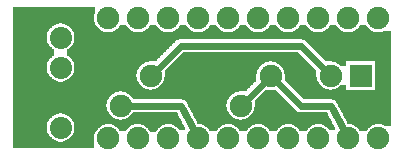
<source format=gbl>
G04 MADE WITH FRITZING*
G04 WWW.FRITZING.ORG*
G04 DOUBLE SIDED*
G04 HOLES PLATED*
G04 CONTOUR ON CENTER OF CONTOUR VECTOR*
%ASAXBY*%
%FSLAX23Y23*%
%MOIN*%
%OFA0B0*%
%SFA1.0B1.0*%
%ADD10C,0.075000*%
%ADD11C,0.075334*%
%ADD12C,0.073749*%
%ADD13R,0.075000X0.075000*%
%ADD14C,0.024000*%
%LNCOPPER0*%
G90*
G70*
G54D10*
X102Y388D03*
X498Y281D03*
X898Y281D03*
X398Y181D03*
X798Y181D03*
G54D11*
X556Y472D03*
X656Y472D03*
X756Y472D03*
X856Y472D03*
X956Y472D03*
X1056Y472D03*
X1156Y472D03*
X1256Y472D03*
X656Y72D03*
X756Y72D03*
X856Y72D03*
X956Y72D03*
X1056Y72D03*
X1156Y72D03*
X1256Y72D03*
X556Y72D03*
X456Y472D03*
X455Y72D03*
X356Y472D03*
X356Y72D03*
G54D12*
X198Y408D03*
X198Y308D03*
X198Y108D03*
G54D10*
X1198Y281D03*
X1098Y281D03*
G54D13*
X1198Y281D03*
G54D14*
X998Y181D02*
X918Y261D01*
D02*
X1098Y181D02*
X998Y181D01*
D02*
X1141Y100D02*
X1098Y181D01*
D02*
X998Y381D02*
X1078Y301D01*
D02*
X598Y381D02*
X998Y381D01*
D02*
X518Y301D02*
X598Y381D01*
D02*
X818Y201D02*
X878Y261D01*
D02*
X599Y180D02*
X641Y100D01*
D02*
X427Y181D02*
X599Y180D01*
G36*
X40Y511D02*
X40Y455D01*
X204Y455D01*
X204Y453D01*
X212Y453D01*
X212Y451D01*
X216Y451D01*
X216Y449D01*
X220Y449D01*
X220Y447D01*
X224Y447D01*
X224Y445D01*
X226Y445D01*
X226Y443D01*
X228Y443D01*
X228Y441D01*
X230Y441D01*
X230Y439D01*
X232Y439D01*
X232Y437D01*
X234Y437D01*
X234Y435D01*
X236Y435D01*
X236Y431D01*
X238Y431D01*
X238Y429D01*
X240Y429D01*
X240Y425D01*
X346Y425D01*
X346Y427D01*
X340Y427D01*
X340Y429D01*
X336Y429D01*
X336Y431D01*
X332Y431D01*
X332Y433D01*
X330Y433D01*
X330Y435D01*
X328Y435D01*
X328Y437D01*
X326Y437D01*
X326Y439D01*
X322Y439D01*
X322Y443D01*
X320Y443D01*
X320Y445D01*
X318Y445D01*
X318Y447D01*
X316Y447D01*
X316Y451D01*
X314Y451D01*
X314Y455D01*
X312Y455D01*
X312Y459D01*
X310Y459D01*
X310Y467D01*
X308Y467D01*
X308Y477D01*
X310Y477D01*
X310Y485D01*
X312Y485D01*
X312Y491D01*
X314Y491D01*
X314Y511D01*
X40Y511D01*
G37*
D02*
G36*
X40Y455D02*
X40Y261D01*
X190Y261D01*
X190Y263D01*
X184Y263D01*
X184Y265D01*
X180Y265D01*
X180Y267D01*
X176Y267D01*
X176Y269D01*
X172Y269D01*
X172Y271D01*
X170Y271D01*
X170Y273D01*
X168Y273D01*
X168Y275D01*
X166Y275D01*
X166Y277D01*
X164Y277D01*
X164Y279D01*
X162Y279D01*
X162Y281D01*
X160Y281D01*
X160Y285D01*
X158Y285D01*
X158Y287D01*
X156Y287D01*
X156Y291D01*
X154Y291D01*
X154Y297D01*
X152Y297D01*
X152Y319D01*
X154Y319D01*
X154Y325D01*
X156Y325D01*
X156Y329D01*
X158Y329D01*
X158Y331D01*
X160Y331D01*
X160Y335D01*
X162Y335D01*
X162Y337D01*
X164Y337D01*
X164Y339D01*
X166Y339D01*
X166Y341D01*
X168Y341D01*
X168Y343D01*
X170Y343D01*
X170Y345D01*
X172Y345D01*
X172Y347D01*
X176Y347D01*
X176Y369D01*
X172Y369D01*
X172Y371D01*
X170Y371D01*
X170Y373D01*
X168Y373D01*
X168Y375D01*
X166Y375D01*
X166Y377D01*
X164Y377D01*
X164Y379D01*
X162Y379D01*
X162Y381D01*
X160Y381D01*
X160Y385D01*
X158Y385D01*
X158Y387D01*
X156Y387D01*
X156Y391D01*
X154Y391D01*
X154Y397D01*
X152Y397D01*
X152Y419D01*
X154Y419D01*
X154Y425D01*
X156Y425D01*
X156Y429D01*
X158Y429D01*
X158Y431D01*
X160Y431D01*
X160Y435D01*
X162Y435D01*
X162Y437D01*
X164Y437D01*
X164Y439D01*
X166Y439D01*
X166Y441D01*
X168Y441D01*
X168Y443D01*
X170Y443D01*
X170Y445D01*
X172Y445D01*
X172Y447D01*
X176Y447D01*
X176Y449D01*
X180Y449D01*
X180Y451D01*
X184Y451D01*
X184Y453D01*
X192Y453D01*
X192Y455D01*
X40Y455D01*
G37*
D02*
G36*
X396Y449D02*
X396Y447D01*
X394Y447D01*
X394Y445D01*
X392Y445D01*
X392Y441D01*
X390Y441D01*
X390Y439D01*
X388Y439D01*
X388Y437D01*
X384Y437D01*
X384Y435D01*
X382Y435D01*
X382Y433D01*
X380Y433D01*
X380Y431D01*
X376Y431D01*
X376Y429D01*
X372Y429D01*
X372Y427D01*
X366Y427D01*
X366Y425D01*
X446Y425D01*
X446Y427D01*
X440Y427D01*
X440Y429D01*
X436Y429D01*
X436Y431D01*
X432Y431D01*
X432Y433D01*
X430Y433D01*
X430Y435D01*
X428Y435D01*
X428Y437D01*
X426Y437D01*
X426Y439D01*
X422Y439D01*
X422Y443D01*
X420Y443D01*
X420Y445D01*
X418Y445D01*
X418Y447D01*
X416Y447D01*
X416Y449D01*
X396Y449D01*
G37*
D02*
G36*
X496Y449D02*
X496Y447D01*
X494Y447D01*
X494Y445D01*
X492Y445D01*
X492Y441D01*
X490Y441D01*
X490Y439D01*
X488Y439D01*
X488Y437D01*
X484Y437D01*
X484Y435D01*
X482Y435D01*
X482Y433D01*
X480Y433D01*
X480Y431D01*
X476Y431D01*
X476Y429D01*
X472Y429D01*
X472Y427D01*
X466Y427D01*
X466Y425D01*
X546Y425D01*
X546Y427D01*
X540Y427D01*
X540Y429D01*
X536Y429D01*
X536Y431D01*
X532Y431D01*
X532Y433D01*
X530Y433D01*
X530Y435D01*
X528Y435D01*
X528Y437D01*
X526Y437D01*
X526Y439D01*
X522Y439D01*
X522Y443D01*
X520Y443D01*
X520Y445D01*
X518Y445D01*
X518Y447D01*
X516Y447D01*
X516Y449D01*
X496Y449D01*
G37*
D02*
G36*
X596Y449D02*
X596Y447D01*
X594Y447D01*
X594Y445D01*
X592Y445D01*
X592Y441D01*
X590Y441D01*
X590Y439D01*
X588Y439D01*
X588Y437D01*
X584Y437D01*
X584Y435D01*
X582Y435D01*
X582Y433D01*
X580Y433D01*
X580Y431D01*
X576Y431D01*
X576Y429D01*
X572Y429D01*
X572Y427D01*
X566Y427D01*
X566Y425D01*
X646Y425D01*
X646Y427D01*
X640Y427D01*
X640Y429D01*
X636Y429D01*
X636Y431D01*
X632Y431D01*
X632Y433D01*
X630Y433D01*
X630Y435D01*
X628Y435D01*
X628Y437D01*
X626Y437D01*
X626Y439D01*
X622Y439D01*
X622Y443D01*
X620Y443D01*
X620Y445D01*
X618Y445D01*
X618Y447D01*
X616Y447D01*
X616Y449D01*
X596Y449D01*
G37*
D02*
G36*
X696Y449D02*
X696Y447D01*
X694Y447D01*
X694Y445D01*
X692Y445D01*
X692Y441D01*
X690Y441D01*
X690Y439D01*
X688Y439D01*
X688Y437D01*
X684Y437D01*
X684Y435D01*
X682Y435D01*
X682Y433D01*
X680Y433D01*
X680Y431D01*
X676Y431D01*
X676Y429D01*
X672Y429D01*
X672Y427D01*
X666Y427D01*
X666Y425D01*
X746Y425D01*
X746Y427D01*
X740Y427D01*
X740Y429D01*
X736Y429D01*
X736Y431D01*
X732Y431D01*
X732Y433D01*
X730Y433D01*
X730Y435D01*
X728Y435D01*
X728Y437D01*
X726Y437D01*
X726Y439D01*
X722Y439D01*
X722Y443D01*
X720Y443D01*
X720Y445D01*
X718Y445D01*
X718Y447D01*
X716Y447D01*
X716Y449D01*
X696Y449D01*
G37*
D02*
G36*
X796Y449D02*
X796Y447D01*
X794Y447D01*
X794Y445D01*
X792Y445D01*
X792Y441D01*
X790Y441D01*
X790Y439D01*
X788Y439D01*
X788Y437D01*
X784Y437D01*
X784Y435D01*
X782Y435D01*
X782Y433D01*
X780Y433D01*
X780Y431D01*
X776Y431D01*
X776Y429D01*
X772Y429D01*
X772Y427D01*
X766Y427D01*
X766Y425D01*
X846Y425D01*
X846Y427D01*
X840Y427D01*
X840Y429D01*
X836Y429D01*
X836Y431D01*
X832Y431D01*
X832Y433D01*
X830Y433D01*
X830Y435D01*
X828Y435D01*
X828Y437D01*
X826Y437D01*
X826Y439D01*
X822Y439D01*
X822Y443D01*
X820Y443D01*
X820Y445D01*
X818Y445D01*
X818Y447D01*
X816Y447D01*
X816Y449D01*
X796Y449D01*
G37*
D02*
G36*
X896Y449D02*
X896Y447D01*
X894Y447D01*
X894Y445D01*
X892Y445D01*
X892Y441D01*
X890Y441D01*
X890Y439D01*
X888Y439D01*
X888Y437D01*
X884Y437D01*
X884Y435D01*
X882Y435D01*
X882Y433D01*
X880Y433D01*
X880Y431D01*
X876Y431D01*
X876Y429D01*
X872Y429D01*
X872Y427D01*
X866Y427D01*
X866Y425D01*
X946Y425D01*
X946Y427D01*
X940Y427D01*
X940Y429D01*
X936Y429D01*
X936Y431D01*
X932Y431D01*
X932Y433D01*
X930Y433D01*
X930Y435D01*
X928Y435D01*
X928Y437D01*
X926Y437D01*
X926Y439D01*
X922Y439D01*
X922Y443D01*
X920Y443D01*
X920Y445D01*
X918Y445D01*
X918Y447D01*
X916Y447D01*
X916Y449D01*
X896Y449D01*
G37*
D02*
G36*
X996Y449D02*
X996Y447D01*
X994Y447D01*
X994Y445D01*
X992Y445D01*
X992Y441D01*
X990Y441D01*
X990Y439D01*
X988Y439D01*
X988Y437D01*
X984Y437D01*
X984Y435D01*
X982Y435D01*
X982Y433D01*
X980Y433D01*
X980Y431D01*
X976Y431D01*
X976Y429D01*
X972Y429D01*
X972Y427D01*
X966Y427D01*
X966Y425D01*
X1046Y425D01*
X1046Y427D01*
X1040Y427D01*
X1040Y429D01*
X1036Y429D01*
X1036Y431D01*
X1032Y431D01*
X1032Y433D01*
X1030Y433D01*
X1030Y435D01*
X1028Y435D01*
X1028Y437D01*
X1026Y437D01*
X1026Y439D01*
X1022Y439D01*
X1022Y443D01*
X1020Y443D01*
X1020Y445D01*
X1018Y445D01*
X1018Y447D01*
X1016Y447D01*
X1016Y449D01*
X996Y449D01*
G37*
D02*
G36*
X1096Y449D02*
X1096Y447D01*
X1094Y447D01*
X1094Y445D01*
X1092Y445D01*
X1092Y441D01*
X1090Y441D01*
X1090Y439D01*
X1088Y439D01*
X1088Y437D01*
X1084Y437D01*
X1084Y435D01*
X1082Y435D01*
X1082Y433D01*
X1080Y433D01*
X1080Y431D01*
X1076Y431D01*
X1076Y429D01*
X1072Y429D01*
X1072Y427D01*
X1066Y427D01*
X1066Y425D01*
X1146Y425D01*
X1146Y427D01*
X1140Y427D01*
X1140Y429D01*
X1136Y429D01*
X1136Y431D01*
X1132Y431D01*
X1132Y433D01*
X1130Y433D01*
X1130Y435D01*
X1128Y435D01*
X1128Y437D01*
X1126Y437D01*
X1126Y439D01*
X1122Y439D01*
X1122Y443D01*
X1120Y443D01*
X1120Y445D01*
X1118Y445D01*
X1118Y447D01*
X1116Y447D01*
X1116Y449D01*
X1096Y449D01*
G37*
D02*
G36*
X1196Y449D02*
X1196Y447D01*
X1194Y447D01*
X1194Y445D01*
X1192Y445D01*
X1192Y441D01*
X1190Y441D01*
X1190Y439D01*
X1188Y439D01*
X1188Y437D01*
X1184Y437D01*
X1184Y435D01*
X1182Y435D01*
X1182Y433D01*
X1180Y433D01*
X1180Y431D01*
X1176Y431D01*
X1176Y429D01*
X1172Y429D01*
X1172Y427D01*
X1166Y427D01*
X1166Y425D01*
X1246Y425D01*
X1246Y427D01*
X1240Y427D01*
X1240Y429D01*
X1236Y429D01*
X1236Y431D01*
X1232Y431D01*
X1232Y433D01*
X1230Y433D01*
X1230Y435D01*
X1228Y435D01*
X1228Y437D01*
X1226Y437D01*
X1226Y439D01*
X1222Y439D01*
X1222Y443D01*
X1220Y443D01*
X1220Y445D01*
X1218Y445D01*
X1218Y447D01*
X1216Y447D01*
X1216Y449D01*
X1196Y449D01*
G37*
D02*
G36*
X1276Y431D02*
X1276Y429D01*
X1272Y429D01*
X1272Y427D01*
X1266Y427D01*
X1266Y425D01*
X1298Y425D01*
X1298Y431D01*
X1276Y431D01*
G37*
D02*
G36*
X242Y425D02*
X242Y423D01*
X1298Y423D01*
X1298Y425D01*
X242Y425D01*
G37*
D02*
G36*
X242Y425D02*
X242Y423D01*
X1298Y423D01*
X1298Y425D01*
X242Y425D01*
G37*
D02*
G36*
X242Y425D02*
X242Y423D01*
X1298Y423D01*
X1298Y425D01*
X242Y425D01*
G37*
D02*
G36*
X242Y425D02*
X242Y423D01*
X1298Y423D01*
X1298Y425D01*
X242Y425D01*
G37*
D02*
G36*
X242Y425D02*
X242Y423D01*
X1298Y423D01*
X1298Y425D01*
X242Y425D01*
G37*
D02*
G36*
X242Y425D02*
X242Y423D01*
X1298Y423D01*
X1298Y425D01*
X242Y425D01*
G37*
D02*
G36*
X242Y425D02*
X242Y423D01*
X1298Y423D01*
X1298Y425D01*
X242Y425D01*
G37*
D02*
G36*
X242Y425D02*
X242Y423D01*
X1298Y423D01*
X1298Y425D01*
X242Y425D01*
G37*
D02*
G36*
X242Y425D02*
X242Y423D01*
X1298Y423D01*
X1298Y425D01*
X242Y425D01*
G37*
D02*
G36*
X242Y425D02*
X242Y423D01*
X1298Y423D01*
X1298Y425D01*
X242Y425D01*
G37*
D02*
G36*
X242Y425D02*
X242Y423D01*
X1298Y423D01*
X1298Y425D01*
X242Y425D01*
G37*
D02*
G36*
X242Y423D02*
X242Y419D01*
X244Y419D01*
X244Y403D01*
X1002Y403D01*
X1002Y401D01*
X1008Y401D01*
X1008Y399D01*
X1012Y399D01*
X1012Y397D01*
X1014Y397D01*
X1014Y395D01*
X1016Y395D01*
X1016Y393D01*
X1018Y393D01*
X1018Y391D01*
X1020Y391D01*
X1020Y389D01*
X1022Y389D01*
X1022Y387D01*
X1024Y387D01*
X1024Y385D01*
X1026Y385D01*
X1026Y383D01*
X1028Y383D01*
X1028Y381D01*
X1030Y381D01*
X1030Y379D01*
X1032Y379D01*
X1032Y377D01*
X1034Y377D01*
X1034Y375D01*
X1036Y375D01*
X1036Y373D01*
X1038Y373D01*
X1038Y371D01*
X1040Y371D01*
X1040Y369D01*
X1042Y369D01*
X1042Y367D01*
X1044Y367D01*
X1044Y365D01*
X1046Y365D01*
X1046Y363D01*
X1048Y363D01*
X1048Y361D01*
X1050Y361D01*
X1050Y359D01*
X1052Y359D01*
X1052Y357D01*
X1054Y357D01*
X1054Y355D01*
X1056Y355D01*
X1056Y353D01*
X1058Y353D01*
X1058Y351D01*
X1060Y351D01*
X1060Y349D01*
X1062Y349D01*
X1062Y347D01*
X1064Y347D01*
X1064Y345D01*
X1066Y345D01*
X1066Y343D01*
X1068Y343D01*
X1068Y341D01*
X1070Y341D01*
X1070Y339D01*
X1072Y339D01*
X1072Y337D01*
X1074Y337D01*
X1074Y335D01*
X1076Y335D01*
X1076Y333D01*
X1078Y333D01*
X1078Y331D01*
X1080Y331D01*
X1080Y329D01*
X1246Y329D01*
X1246Y233D01*
X1298Y233D01*
X1298Y423D01*
X242Y423D01*
G37*
D02*
G36*
X244Y403D02*
X244Y397D01*
X242Y397D01*
X242Y391D01*
X240Y391D01*
X240Y387D01*
X238Y387D01*
X238Y383D01*
X236Y383D01*
X236Y381D01*
X234Y381D01*
X234Y379D01*
X232Y379D01*
X232Y377D01*
X230Y377D01*
X230Y375D01*
X228Y375D01*
X228Y373D01*
X226Y373D01*
X226Y371D01*
X224Y371D01*
X224Y369D01*
X220Y369D01*
X220Y347D01*
X224Y347D01*
X224Y345D01*
X226Y345D01*
X226Y343D01*
X228Y343D01*
X228Y341D01*
X230Y341D01*
X230Y339D01*
X232Y339D01*
X232Y337D01*
X234Y337D01*
X234Y335D01*
X236Y335D01*
X236Y331D01*
X238Y331D01*
X238Y329D01*
X240Y329D01*
X240Y325D01*
X242Y325D01*
X242Y319D01*
X244Y319D01*
X244Y297D01*
X242Y297D01*
X242Y291D01*
X240Y291D01*
X240Y287D01*
X238Y287D01*
X238Y283D01*
X236Y283D01*
X236Y281D01*
X234Y281D01*
X234Y279D01*
X232Y279D01*
X232Y277D01*
X230Y277D01*
X230Y275D01*
X228Y275D01*
X228Y273D01*
X226Y273D01*
X226Y271D01*
X224Y271D01*
X224Y269D01*
X220Y269D01*
X220Y267D01*
X216Y267D01*
X216Y265D01*
X212Y265D01*
X212Y263D01*
X206Y263D01*
X206Y261D01*
X456Y261D01*
X456Y263D01*
X454Y263D01*
X454Y269D01*
X452Y269D01*
X452Y275D01*
X450Y275D01*
X450Y287D01*
X452Y287D01*
X452Y293D01*
X454Y293D01*
X454Y299D01*
X456Y299D01*
X456Y303D01*
X458Y303D01*
X458Y305D01*
X460Y305D01*
X460Y309D01*
X462Y309D01*
X462Y311D01*
X464Y311D01*
X464Y313D01*
X466Y313D01*
X466Y315D01*
X468Y315D01*
X468Y317D01*
X470Y317D01*
X470Y319D01*
X474Y319D01*
X474Y321D01*
X476Y321D01*
X476Y323D01*
X480Y323D01*
X480Y325D01*
X486Y325D01*
X486Y327D01*
X492Y327D01*
X492Y329D01*
X516Y329D01*
X516Y331D01*
X518Y331D01*
X518Y333D01*
X520Y333D01*
X520Y335D01*
X522Y335D01*
X522Y337D01*
X524Y337D01*
X524Y339D01*
X526Y339D01*
X526Y341D01*
X528Y341D01*
X528Y343D01*
X530Y343D01*
X530Y345D01*
X532Y345D01*
X532Y347D01*
X534Y347D01*
X534Y349D01*
X536Y349D01*
X536Y351D01*
X538Y351D01*
X538Y353D01*
X540Y353D01*
X540Y355D01*
X542Y355D01*
X542Y357D01*
X544Y357D01*
X544Y359D01*
X546Y359D01*
X546Y361D01*
X548Y361D01*
X548Y363D01*
X550Y363D01*
X550Y365D01*
X552Y365D01*
X552Y367D01*
X554Y367D01*
X554Y369D01*
X556Y369D01*
X556Y371D01*
X558Y371D01*
X558Y373D01*
X560Y373D01*
X560Y375D01*
X562Y375D01*
X562Y377D01*
X564Y377D01*
X564Y379D01*
X566Y379D01*
X566Y381D01*
X568Y381D01*
X568Y383D01*
X570Y383D01*
X570Y385D01*
X572Y385D01*
X572Y387D01*
X574Y387D01*
X574Y389D01*
X576Y389D01*
X576Y391D01*
X578Y391D01*
X578Y393D01*
X580Y393D01*
X580Y395D01*
X582Y395D01*
X582Y397D01*
X584Y397D01*
X584Y399D01*
X588Y399D01*
X588Y401D01*
X594Y401D01*
X594Y403D01*
X244Y403D01*
G37*
D02*
G36*
X606Y359D02*
X606Y357D01*
X604Y357D01*
X604Y355D01*
X602Y355D01*
X602Y353D01*
X600Y353D01*
X600Y351D01*
X598Y351D01*
X598Y349D01*
X596Y349D01*
X596Y347D01*
X594Y347D01*
X594Y345D01*
X592Y345D01*
X592Y343D01*
X590Y343D01*
X590Y341D01*
X588Y341D01*
X588Y339D01*
X586Y339D01*
X586Y337D01*
X584Y337D01*
X584Y335D01*
X582Y335D01*
X582Y333D01*
X580Y333D01*
X580Y331D01*
X578Y331D01*
X578Y329D01*
X904Y329D01*
X904Y327D01*
X910Y327D01*
X910Y325D01*
X916Y325D01*
X916Y323D01*
X920Y323D01*
X920Y321D01*
X922Y321D01*
X922Y319D01*
X926Y319D01*
X926Y317D01*
X928Y317D01*
X928Y315D01*
X930Y315D01*
X930Y313D01*
X932Y313D01*
X932Y311D01*
X934Y311D01*
X934Y309D01*
X936Y309D01*
X936Y305D01*
X938Y305D01*
X938Y303D01*
X940Y303D01*
X940Y299D01*
X942Y299D01*
X942Y293D01*
X944Y293D01*
X944Y287D01*
X946Y287D01*
X946Y263D01*
X948Y263D01*
X948Y261D01*
X950Y261D01*
X950Y259D01*
X952Y259D01*
X952Y257D01*
X954Y257D01*
X954Y255D01*
X956Y255D01*
X956Y253D01*
X958Y253D01*
X958Y251D01*
X960Y251D01*
X960Y249D01*
X962Y249D01*
X962Y247D01*
X964Y247D01*
X964Y245D01*
X966Y245D01*
X966Y243D01*
X968Y243D01*
X968Y241D01*
X970Y241D01*
X970Y239D01*
X972Y239D01*
X972Y237D01*
X974Y237D01*
X974Y235D01*
X976Y235D01*
X976Y233D01*
X1092Y233D01*
X1092Y235D01*
X1086Y235D01*
X1086Y237D01*
X1080Y237D01*
X1080Y239D01*
X1076Y239D01*
X1076Y241D01*
X1074Y241D01*
X1074Y243D01*
X1070Y243D01*
X1070Y245D01*
X1068Y245D01*
X1068Y247D01*
X1066Y247D01*
X1066Y249D01*
X1064Y249D01*
X1064Y251D01*
X1062Y251D01*
X1062Y253D01*
X1060Y253D01*
X1060Y257D01*
X1058Y257D01*
X1058Y259D01*
X1056Y259D01*
X1056Y263D01*
X1054Y263D01*
X1054Y269D01*
X1052Y269D01*
X1052Y275D01*
X1050Y275D01*
X1050Y299D01*
X1048Y299D01*
X1048Y301D01*
X1046Y301D01*
X1046Y303D01*
X1044Y303D01*
X1044Y305D01*
X1042Y305D01*
X1042Y307D01*
X1040Y307D01*
X1040Y309D01*
X1038Y309D01*
X1038Y311D01*
X1036Y311D01*
X1036Y313D01*
X1034Y313D01*
X1034Y315D01*
X1032Y315D01*
X1032Y317D01*
X1030Y317D01*
X1030Y319D01*
X1028Y319D01*
X1028Y321D01*
X1026Y321D01*
X1026Y323D01*
X1024Y323D01*
X1024Y325D01*
X1022Y325D01*
X1022Y327D01*
X1020Y327D01*
X1020Y329D01*
X1018Y329D01*
X1018Y331D01*
X1016Y331D01*
X1016Y333D01*
X1014Y333D01*
X1014Y335D01*
X1012Y335D01*
X1012Y337D01*
X1010Y337D01*
X1010Y339D01*
X1008Y339D01*
X1008Y341D01*
X1006Y341D01*
X1006Y343D01*
X1004Y343D01*
X1004Y345D01*
X1002Y345D01*
X1002Y347D01*
X1000Y347D01*
X1000Y349D01*
X998Y349D01*
X998Y351D01*
X996Y351D01*
X996Y353D01*
X994Y353D01*
X994Y355D01*
X992Y355D01*
X992Y357D01*
X990Y357D01*
X990Y359D01*
X606Y359D01*
G37*
D02*
G36*
X576Y329D02*
X576Y327D01*
X574Y327D01*
X574Y325D01*
X572Y325D01*
X572Y323D01*
X570Y323D01*
X570Y321D01*
X568Y321D01*
X568Y319D01*
X566Y319D01*
X566Y317D01*
X564Y317D01*
X564Y315D01*
X562Y315D01*
X562Y313D01*
X560Y313D01*
X560Y311D01*
X558Y311D01*
X558Y309D01*
X556Y309D01*
X556Y307D01*
X554Y307D01*
X554Y305D01*
X552Y305D01*
X552Y303D01*
X550Y303D01*
X550Y301D01*
X548Y301D01*
X548Y299D01*
X546Y299D01*
X546Y275D01*
X544Y275D01*
X544Y269D01*
X542Y269D01*
X542Y263D01*
X540Y263D01*
X540Y259D01*
X538Y259D01*
X538Y257D01*
X536Y257D01*
X536Y253D01*
X534Y253D01*
X534Y251D01*
X532Y251D01*
X532Y249D01*
X530Y249D01*
X530Y247D01*
X528Y247D01*
X528Y245D01*
X526Y245D01*
X526Y243D01*
X522Y243D01*
X522Y241D01*
X520Y241D01*
X520Y239D01*
X516Y239D01*
X516Y237D01*
X510Y237D01*
X510Y235D01*
X504Y235D01*
X504Y233D01*
X820Y233D01*
X820Y235D01*
X822Y235D01*
X822Y237D01*
X824Y237D01*
X824Y239D01*
X826Y239D01*
X826Y241D01*
X828Y241D01*
X828Y243D01*
X830Y243D01*
X830Y245D01*
X832Y245D01*
X832Y247D01*
X834Y247D01*
X834Y249D01*
X836Y249D01*
X836Y251D01*
X838Y251D01*
X838Y253D01*
X840Y253D01*
X840Y255D01*
X842Y255D01*
X842Y257D01*
X844Y257D01*
X844Y259D01*
X846Y259D01*
X846Y261D01*
X848Y261D01*
X848Y263D01*
X850Y263D01*
X850Y287D01*
X852Y287D01*
X852Y293D01*
X854Y293D01*
X854Y299D01*
X856Y299D01*
X856Y303D01*
X858Y303D01*
X858Y305D01*
X860Y305D01*
X860Y309D01*
X862Y309D01*
X862Y311D01*
X864Y311D01*
X864Y313D01*
X866Y313D01*
X866Y315D01*
X868Y315D01*
X868Y317D01*
X870Y317D01*
X870Y319D01*
X874Y319D01*
X874Y321D01*
X876Y321D01*
X876Y323D01*
X880Y323D01*
X880Y325D01*
X886Y325D01*
X886Y327D01*
X892Y327D01*
X892Y329D01*
X576Y329D01*
G37*
D02*
G36*
X1104Y329D02*
X1104Y327D01*
X1110Y327D01*
X1110Y325D01*
X1116Y325D01*
X1116Y323D01*
X1120Y323D01*
X1120Y321D01*
X1122Y321D01*
X1122Y319D01*
X1126Y319D01*
X1126Y317D01*
X1128Y317D01*
X1128Y315D01*
X1130Y315D01*
X1130Y313D01*
X1150Y313D01*
X1150Y329D01*
X1104Y329D01*
G37*
D02*
G36*
X40Y261D02*
X40Y259D01*
X456Y259D01*
X456Y261D01*
X40Y261D01*
G37*
D02*
G36*
X40Y261D02*
X40Y259D01*
X456Y259D01*
X456Y261D01*
X40Y261D01*
G37*
D02*
G36*
X40Y259D02*
X40Y233D01*
X492Y233D01*
X492Y235D01*
X486Y235D01*
X486Y237D01*
X480Y237D01*
X480Y239D01*
X476Y239D01*
X476Y241D01*
X474Y241D01*
X474Y243D01*
X470Y243D01*
X470Y245D01*
X468Y245D01*
X468Y247D01*
X466Y247D01*
X466Y249D01*
X464Y249D01*
X464Y251D01*
X462Y251D01*
X462Y253D01*
X460Y253D01*
X460Y257D01*
X458Y257D01*
X458Y259D01*
X40Y259D01*
G37*
D02*
G36*
X1130Y249D02*
X1130Y247D01*
X1128Y247D01*
X1128Y245D01*
X1126Y245D01*
X1126Y243D01*
X1122Y243D01*
X1122Y241D01*
X1120Y241D01*
X1120Y239D01*
X1116Y239D01*
X1116Y237D01*
X1110Y237D01*
X1110Y235D01*
X1104Y235D01*
X1104Y233D01*
X1150Y233D01*
X1150Y249D01*
X1130Y249D01*
G37*
D02*
G36*
X40Y233D02*
X40Y231D01*
X818Y231D01*
X818Y233D01*
X40Y233D01*
G37*
D02*
G36*
X40Y233D02*
X40Y231D01*
X818Y231D01*
X818Y233D01*
X40Y233D01*
G37*
D02*
G36*
X880Y233D02*
X880Y231D01*
X878Y231D01*
X878Y229D01*
X876Y229D01*
X876Y227D01*
X874Y227D01*
X874Y225D01*
X872Y225D01*
X872Y223D01*
X870Y223D01*
X870Y221D01*
X868Y221D01*
X868Y219D01*
X866Y219D01*
X866Y217D01*
X864Y217D01*
X864Y215D01*
X862Y215D01*
X862Y213D01*
X860Y213D01*
X860Y211D01*
X858Y211D01*
X858Y209D01*
X856Y209D01*
X856Y207D01*
X854Y207D01*
X854Y205D01*
X852Y205D01*
X852Y203D01*
X850Y203D01*
X850Y201D01*
X848Y201D01*
X848Y199D01*
X846Y199D01*
X846Y175D01*
X844Y175D01*
X844Y169D01*
X842Y169D01*
X842Y163D01*
X840Y163D01*
X840Y159D01*
X838Y159D01*
X838Y157D01*
X836Y157D01*
X836Y153D01*
X834Y153D01*
X834Y151D01*
X832Y151D01*
X832Y149D01*
X830Y149D01*
X830Y147D01*
X828Y147D01*
X828Y145D01*
X826Y145D01*
X826Y143D01*
X822Y143D01*
X822Y141D01*
X820Y141D01*
X820Y139D01*
X816Y139D01*
X816Y137D01*
X810Y137D01*
X810Y135D01*
X804Y135D01*
X804Y133D01*
X1098Y133D01*
X1098Y135D01*
X1096Y135D01*
X1096Y139D01*
X1094Y139D01*
X1094Y143D01*
X1092Y143D01*
X1092Y147D01*
X1090Y147D01*
X1090Y151D01*
X1088Y151D01*
X1088Y155D01*
X1086Y155D01*
X1086Y159D01*
X990Y159D01*
X990Y161D01*
X986Y161D01*
X986Y163D01*
X984Y163D01*
X984Y165D01*
X982Y165D01*
X982Y167D01*
X980Y167D01*
X980Y169D01*
X978Y169D01*
X978Y171D01*
X976Y171D01*
X976Y173D01*
X974Y173D01*
X974Y175D01*
X972Y175D01*
X972Y177D01*
X970Y177D01*
X970Y179D01*
X968Y179D01*
X968Y181D01*
X966Y181D01*
X966Y183D01*
X964Y183D01*
X964Y185D01*
X962Y185D01*
X962Y187D01*
X960Y187D01*
X960Y189D01*
X958Y189D01*
X958Y191D01*
X956Y191D01*
X956Y193D01*
X954Y193D01*
X954Y195D01*
X952Y195D01*
X952Y197D01*
X950Y197D01*
X950Y199D01*
X948Y199D01*
X948Y201D01*
X946Y201D01*
X946Y203D01*
X944Y203D01*
X944Y205D01*
X942Y205D01*
X942Y207D01*
X940Y207D01*
X940Y209D01*
X938Y209D01*
X938Y211D01*
X936Y211D01*
X936Y213D01*
X934Y213D01*
X934Y215D01*
X932Y215D01*
X932Y217D01*
X930Y217D01*
X930Y219D01*
X928Y219D01*
X928Y221D01*
X926Y221D01*
X926Y223D01*
X924Y223D01*
X924Y225D01*
X922Y225D01*
X922Y227D01*
X920Y227D01*
X920Y229D01*
X918Y229D01*
X918Y231D01*
X916Y231D01*
X916Y233D01*
X880Y233D01*
G37*
D02*
G36*
X978Y233D02*
X978Y231D01*
X1298Y231D01*
X1298Y233D01*
X978Y233D01*
G37*
D02*
G36*
X978Y233D02*
X978Y231D01*
X1298Y231D01*
X1298Y233D01*
X978Y233D01*
G37*
D02*
G36*
X978Y233D02*
X978Y231D01*
X1298Y231D01*
X1298Y233D01*
X978Y233D01*
G37*
D02*
G36*
X40Y231D02*
X40Y229D01*
X404Y229D01*
X404Y227D01*
X410Y227D01*
X410Y225D01*
X416Y225D01*
X416Y223D01*
X420Y223D01*
X420Y221D01*
X422Y221D01*
X422Y219D01*
X426Y219D01*
X426Y217D01*
X428Y217D01*
X428Y215D01*
X430Y215D01*
X430Y213D01*
X432Y213D01*
X432Y211D01*
X434Y211D01*
X434Y209D01*
X436Y209D01*
X436Y205D01*
X438Y205D01*
X438Y203D01*
X602Y203D01*
X602Y201D01*
X608Y201D01*
X608Y199D01*
X612Y199D01*
X612Y197D01*
X614Y197D01*
X614Y195D01*
X616Y195D01*
X616Y193D01*
X618Y193D01*
X618Y189D01*
X620Y189D01*
X620Y185D01*
X622Y185D01*
X622Y181D01*
X624Y181D01*
X624Y177D01*
X626Y177D01*
X626Y173D01*
X628Y173D01*
X628Y171D01*
X630Y171D01*
X630Y167D01*
X632Y167D01*
X632Y163D01*
X634Y163D01*
X634Y159D01*
X636Y159D01*
X636Y155D01*
X638Y155D01*
X638Y151D01*
X640Y151D01*
X640Y147D01*
X642Y147D01*
X642Y143D01*
X644Y143D01*
X644Y139D01*
X646Y139D01*
X646Y137D01*
X648Y137D01*
X648Y133D01*
X792Y133D01*
X792Y135D01*
X786Y135D01*
X786Y137D01*
X780Y137D01*
X780Y139D01*
X776Y139D01*
X776Y141D01*
X774Y141D01*
X774Y143D01*
X770Y143D01*
X770Y145D01*
X768Y145D01*
X768Y147D01*
X766Y147D01*
X766Y149D01*
X764Y149D01*
X764Y151D01*
X762Y151D01*
X762Y153D01*
X760Y153D01*
X760Y157D01*
X758Y157D01*
X758Y159D01*
X756Y159D01*
X756Y163D01*
X754Y163D01*
X754Y169D01*
X752Y169D01*
X752Y175D01*
X750Y175D01*
X750Y187D01*
X752Y187D01*
X752Y193D01*
X754Y193D01*
X754Y199D01*
X756Y199D01*
X756Y203D01*
X758Y203D01*
X758Y205D01*
X760Y205D01*
X760Y209D01*
X762Y209D01*
X762Y211D01*
X764Y211D01*
X764Y213D01*
X766Y213D01*
X766Y215D01*
X768Y215D01*
X768Y217D01*
X770Y217D01*
X770Y219D01*
X774Y219D01*
X774Y221D01*
X776Y221D01*
X776Y223D01*
X780Y223D01*
X780Y225D01*
X786Y225D01*
X786Y227D01*
X792Y227D01*
X792Y229D01*
X816Y229D01*
X816Y231D01*
X40Y231D01*
G37*
D02*
G36*
X980Y231D02*
X980Y229D01*
X982Y229D01*
X982Y227D01*
X984Y227D01*
X984Y225D01*
X986Y225D01*
X986Y223D01*
X988Y223D01*
X988Y221D01*
X990Y221D01*
X990Y219D01*
X992Y219D01*
X992Y217D01*
X994Y217D01*
X994Y215D01*
X996Y215D01*
X996Y213D01*
X998Y213D01*
X998Y211D01*
X1000Y211D01*
X1000Y209D01*
X1002Y209D01*
X1002Y207D01*
X1004Y207D01*
X1004Y205D01*
X1006Y205D01*
X1006Y203D01*
X1102Y203D01*
X1102Y201D01*
X1108Y201D01*
X1108Y199D01*
X1112Y199D01*
X1112Y197D01*
X1114Y197D01*
X1114Y195D01*
X1116Y195D01*
X1116Y191D01*
X1118Y191D01*
X1118Y187D01*
X1120Y187D01*
X1120Y185D01*
X1122Y185D01*
X1122Y181D01*
X1124Y181D01*
X1124Y177D01*
X1126Y177D01*
X1126Y173D01*
X1128Y173D01*
X1128Y169D01*
X1130Y169D01*
X1130Y165D01*
X1132Y165D01*
X1132Y161D01*
X1134Y161D01*
X1134Y159D01*
X1136Y159D01*
X1136Y155D01*
X1138Y155D01*
X1138Y151D01*
X1140Y151D01*
X1140Y147D01*
X1142Y147D01*
X1142Y143D01*
X1144Y143D01*
X1144Y139D01*
X1146Y139D01*
X1146Y135D01*
X1148Y135D01*
X1148Y133D01*
X1150Y133D01*
X1150Y129D01*
X1152Y129D01*
X1152Y125D01*
X1154Y125D01*
X1154Y121D01*
X1156Y121D01*
X1156Y119D01*
X1268Y119D01*
X1268Y117D01*
X1272Y117D01*
X1272Y115D01*
X1276Y115D01*
X1276Y113D01*
X1298Y113D01*
X1298Y231D01*
X980Y231D01*
G37*
D02*
G36*
X40Y229D02*
X40Y155D01*
X204Y155D01*
X204Y153D01*
X212Y153D01*
X212Y151D01*
X216Y151D01*
X216Y149D01*
X220Y149D01*
X220Y147D01*
X224Y147D01*
X224Y145D01*
X226Y145D01*
X226Y143D01*
X228Y143D01*
X228Y141D01*
X230Y141D01*
X230Y139D01*
X232Y139D01*
X232Y137D01*
X234Y137D01*
X234Y135D01*
X236Y135D01*
X236Y133D01*
X392Y133D01*
X392Y135D01*
X386Y135D01*
X386Y137D01*
X380Y137D01*
X380Y139D01*
X376Y139D01*
X376Y141D01*
X374Y141D01*
X374Y143D01*
X370Y143D01*
X370Y145D01*
X368Y145D01*
X368Y147D01*
X366Y147D01*
X366Y149D01*
X364Y149D01*
X364Y151D01*
X362Y151D01*
X362Y153D01*
X360Y153D01*
X360Y157D01*
X358Y157D01*
X358Y159D01*
X356Y159D01*
X356Y163D01*
X354Y163D01*
X354Y169D01*
X352Y169D01*
X352Y175D01*
X350Y175D01*
X350Y187D01*
X352Y187D01*
X352Y193D01*
X354Y193D01*
X354Y199D01*
X356Y199D01*
X356Y203D01*
X358Y203D01*
X358Y205D01*
X360Y205D01*
X360Y209D01*
X362Y209D01*
X362Y211D01*
X364Y211D01*
X364Y213D01*
X366Y213D01*
X366Y215D01*
X368Y215D01*
X368Y217D01*
X370Y217D01*
X370Y219D01*
X374Y219D01*
X374Y221D01*
X376Y221D01*
X376Y223D01*
X380Y223D01*
X380Y225D01*
X386Y225D01*
X386Y227D01*
X392Y227D01*
X392Y229D01*
X40Y229D01*
G37*
D02*
G36*
X438Y159D02*
X438Y157D01*
X436Y157D01*
X436Y153D01*
X434Y153D01*
X434Y151D01*
X432Y151D01*
X432Y149D01*
X430Y149D01*
X430Y147D01*
X428Y147D01*
X428Y145D01*
X426Y145D01*
X426Y143D01*
X422Y143D01*
X422Y141D01*
X420Y141D01*
X420Y139D01*
X416Y139D01*
X416Y137D01*
X410Y137D01*
X410Y135D01*
X404Y135D01*
X404Y133D01*
X598Y133D01*
X598Y137D01*
X596Y137D01*
X596Y141D01*
X594Y141D01*
X594Y145D01*
X592Y145D01*
X592Y147D01*
X590Y147D01*
X590Y151D01*
X588Y151D01*
X588Y155D01*
X586Y155D01*
X586Y159D01*
X438Y159D01*
G37*
D02*
G36*
X40Y155D02*
X40Y61D01*
X190Y61D01*
X190Y63D01*
X184Y63D01*
X184Y65D01*
X180Y65D01*
X180Y67D01*
X176Y67D01*
X176Y69D01*
X172Y69D01*
X172Y71D01*
X170Y71D01*
X170Y73D01*
X168Y73D01*
X168Y75D01*
X166Y75D01*
X166Y77D01*
X164Y77D01*
X164Y79D01*
X162Y79D01*
X162Y81D01*
X160Y81D01*
X160Y85D01*
X158Y85D01*
X158Y87D01*
X156Y87D01*
X156Y91D01*
X154Y91D01*
X154Y97D01*
X152Y97D01*
X152Y119D01*
X154Y119D01*
X154Y125D01*
X156Y125D01*
X156Y129D01*
X158Y129D01*
X158Y131D01*
X160Y131D01*
X160Y135D01*
X162Y135D01*
X162Y137D01*
X164Y137D01*
X164Y139D01*
X166Y139D01*
X166Y141D01*
X168Y141D01*
X168Y143D01*
X170Y143D01*
X170Y145D01*
X172Y145D01*
X172Y147D01*
X176Y147D01*
X176Y149D01*
X180Y149D01*
X180Y151D01*
X184Y151D01*
X184Y153D01*
X192Y153D01*
X192Y155D01*
X40Y155D01*
G37*
D02*
G36*
X236Y133D02*
X236Y131D01*
X600Y131D01*
X600Y133D01*
X236Y133D01*
G37*
D02*
G36*
X236Y133D02*
X236Y131D01*
X600Y131D01*
X600Y133D01*
X236Y133D01*
G37*
D02*
G36*
X650Y133D02*
X650Y131D01*
X1100Y131D01*
X1100Y133D01*
X650Y133D01*
G37*
D02*
G36*
X650Y133D02*
X650Y131D01*
X1100Y131D01*
X1100Y133D01*
X650Y133D01*
G37*
D02*
G36*
X238Y131D02*
X238Y129D01*
X240Y129D01*
X240Y125D01*
X242Y125D01*
X242Y119D01*
X568Y119D01*
X568Y117D01*
X572Y117D01*
X572Y115D01*
X576Y115D01*
X576Y113D01*
X580Y113D01*
X580Y111D01*
X582Y111D01*
X582Y109D01*
X586Y109D01*
X586Y107D01*
X588Y107D01*
X588Y105D01*
X590Y105D01*
X590Y103D01*
X592Y103D01*
X592Y101D01*
X612Y101D01*
X612Y111D01*
X610Y111D01*
X610Y113D01*
X608Y113D01*
X608Y117D01*
X606Y117D01*
X606Y121D01*
X604Y121D01*
X604Y125D01*
X602Y125D01*
X602Y129D01*
X600Y129D01*
X600Y131D01*
X238Y131D01*
G37*
D02*
G36*
X650Y131D02*
X650Y129D01*
X652Y129D01*
X652Y125D01*
X654Y125D01*
X654Y121D01*
X656Y121D01*
X656Y119D01*
X1068Y119D01*
X1068Y117D01*
X1072Y117D01*
X1072Y115D01*
X1076Y115D01*
X1076Y113D01*
X1080Y113D01*
X1080Y111D01*
X1082Y111D01*
X1082Y109D01*
X1086Y109D01*
X1086Y107D01*
X1088Y107D01*
X1088Y105D01*
X1090Y105D01*
X1090Y103D01*
X1092Y103D01*
X1092Y101D01*
X1112Y101D01*
X1112Y109D01*
X1110Y109D01*
X1110Y113D01*
X1108Y113D01*
X1108Y117D01*
X1106Y117D01*
X1106Y121D01*
X1104Y121D01*
X1104Y125D01*
X1102Y125D01*
X1102Y129D01*
X1100Y129D01*
X1100Y131D01*
X650Y131D01*
G37*
D02*
G36*
X244Y119D02*
X244Y97D01*
X242Y97D01*
X242Y91D01*
X240Y91D01*
X240Y87D01*
X238Y87D01*
X238Y83D01*
X236Y83D01*
X236Y81D01*
X234Y81D01*
X234Y79D01*
X232Y79D01*
X232Y77D01*
X230Y77D01*
X230Y75D01*
X228Y75D01*
X228Y73D01*
X226Y73D01*
X226Y71D01*
X224Y71D01*
X224Y69D01*
X220Y69D01*
X220Y67D01*
X216Y67D01*
X216Y65D01*
X212Y65D01*
X212Y63D01*
X206Y63D01*
X206Y61D01*
X310Y61D01*
X310Y67D01*
X308Y67D01*
X308Y77D01*
X310Y77D01*
X310Y85D01*
X312Y85D01*
X312Y91D01*
X314Y91D01*
X314Y93D01*
X316Y93D01*
X316Y97D01*
X318Y97D01*
X318Y99D01*
X320Y99D01*
X320Y101D01*
X322Y101D01*
X322Y105D01*
X324Y105D01*
X324Y107D01*
X328Y107D01*
X328Y109D01*
X330Y109D01*
X330Y111D01*
X332Y111D01*
X332Y113D01*
X336Y113D01*
X336Y115D01*
X340Y115D01*
X340Y117D01*
X346Y117D01*
X346Y119D01*
X244Y119D01*
G37*
D02*
G36*
X368Y119D02*
X368Y117D01*
X372Y117D01*
X372Y115D01*
X376Y115D01*
X376Y113D01*
X380Y113D01*
X380Y111D01*
X382Y111D01*
X382Y109D01*
X386Y109D01*
X386Y107D01*
X388Y107D01*
X388Y105D01*
X390Y105D01*
X390Y103D01*
X392Y103D01*
X392Y101D01*
X394Y101D01*
X394Y97D01*
X416Y97D01*
X416Y99D01*
X418Y99D01*
X418Y101D01*
X420Y101D01*
X420Y103D01*
X422Y103D01*
X422Y105D01*
X424Y105D01*
X424Y107D01*
X426Y107D01*
X426Y109D01*
X428Y109D01*
X428Y111D01*
X430Y111D01*
X430Y113D01*
X434Y113D01*
X434Y115D01*
X438Y115D01*
X438Y117D01*
X444Y117D01*
X444Y119D01*
X368Y119D01*
G37*
D02*
G36*
X466Y119D02*
X466Y117D01*
X472Y117D01*
X472Y115D01*
X476Y115D01*
X476Y113D01*
X478Y113D01*
X478Y111D01*
X482Y111D01*
X482Y109D01*
X484Y109D01*
X484Y107D01*
X486Y107D01*
X486Y105D01*
X488Y105D01*
X488Y103D01*
X490Y103D01*
X490Y101D01*
X492Y101D01*
X492Y99D01*
X494Y99D01*
X494Y95D01*
X496Y95D01*
X496Y93D01*
X516Y93D01*
X516Y97D01*
X518Y97D01*
X518Y99D01*
X520Y99D01*
X520Y101D01*
X522Y101D01*
X522Y105D01*
X524Y105D01*
X524Y107D01*
X528Y107D01*
X528Y109D01*
X530Y109D01*
X530Y111D01*
X532Y111D01*
X532Y113D01*
X536Y113D01*
X536Y115D01*
X540Y115D01*
X540Y117D01*
X546Y117D01*
X546Y119D01*
X466Y119D01*
G37*
D02*
G36*
X668Y119D02*
X668Y117D01*
X672Y117D01*
X672Y115D01*
X676Y115D01*
X676Y113D01*
X680Y113D01*
X680Y111D01*
X682Y111D01*
X682Y109D01*
X686Y109D01*
X686Y107D01*
X688Y107D01*
X688Y105D01*
X690Y105D01*
X690Y103D01*
X692Y103D01*
X692Y101D01*
X694Y101D01*
X694Y97D01*
X696Y97D01*
X696Y95D01*
X716Y95D01*
X716Y97D01*
X718Y97D01*
X718Y99D01*
X720Y99D01*
X720Y101D01*
X722Y101D01*
X722Y105D01*
X724Y105D01*
X724Y107D01*
X728Y107D01*
X728Y109D01*
X730Y109D01*
X730Y111D01*
X732Y111D01*
X732Y113D01*
X736Y113D01*
X736Y115D01*
X740Y115D01*
X740Y117D01*
X746Y117D01*
X746Y119D01*
X668Y119D01*
G37*
D02*
G36*
X768Y119D02*
X768Y117D01*
X772Y117D01*
X772Y115D01*
X776Y115D01*
X776Y113D01*
X780Y113D01*
X780Y111D01*
X782Y111D01*
X782Y109D01*
X786Y109D01*
X786Y107D01*
X788Y107D01*
X788Y105D01*
X790Y105D01*
X790Y103D01*
X792Y103D01*
X792Y101D01*
X794Y101D01*
X794Y97D01*
X796Y97D01*
X796Y95D01*
X816Y95D01*
X816Y97D01*
X818Y97D01*
X818Y99D01*
X820Y99D01*
X820Y101D01*
X822Y101D01*
X822Y105D01*
X824Y105D01*
X824Y107D01*
X828Y107D01*
X828Y109D01*
X830Y109D01*
X830Y111D01*
X832Y111D01*
X832Y113D01*
X836Y113D01*
X836Y115D01*
X840Y115D01*
X840Y117D01*
X846Y117D01*
X846Y119D01*
X768Y119D01*
G37*
D02*
G36*
X868Y119D02*
X868Y117D01*
X872Y117D01*
X872Y115D01*
X876Y115D01*
X876Y113D01*
X880Y113D01*
X880Y111D01*
X882Y111D01*
X882Y109D01*
X886Y109D01*
X886Y107D01*
X888Y107D01*
X888Y105D01*
X890Y105D01*
X890Y103D01*
X892Y103D01*
X892Y101D01*
X894Y101D01*
X894Y97D01*
X896Y97D01*
X896Y95D01*
X916Y95D01*
X916Y97D01*
X918Y97D01*
X918Y99D01*
X920Y99D01*
X920Y101D01*
X922Y101D01*
X922Y105D01*
X924Y105D01*
X924Y107D01*
X928Y107D01*
X928Y109D01*
X930Y109D01*
X930Y111D01*
X932Y111D01*
X932Y113D01*
X936Y113D01*
X936Y115D01*
X940Y115D01*
X940Y117D01*
X946Y117D01*
X946Y119D01*
X868Y119D01*
G37*
D02*
G36*
X968Y119D02*
X968Y117D01*
X972Y117D01*
X972Y115D01*
X976Y115D01*
X976Y113D01*
X980Y113D01*
X980Y111D01*
X982Y111D01*
X982Y109D01*
X986Y109D01*
X986Y107D01*
X988Y107D01*
X988Y105D01*
X990Y105D01*
X990Y103D01*
X992Y103D01*
X992Y101D01*
X994Y101D01*
X994Y97D01*
X996Y97D01*
X996Y95D01*
X1016Y95D01*
X1016Y97D01*
X1018Y97D01*
X1018Y99D01*
X1020Y99D01*
X1020Y101D01*
X1022Y101D01*
X1022Y105D01*
X1024Y105D01*
X1024Y107D01*
X1028Y107D01*
X1028Y109D01*
X1030Y109D01*
X1030Y111D01*
X1032Y111D01*
X1032Y113D01*
X1036Y113D01*
X1036Y115D01*
X1040Y115D01*
X1040Y117D01*
X1046Y117D01*
X1046Y119D01*
X968Y119D01*
G37*
D02*
G36*
X1168Y119D02*
X1168Y117D01*
X1172Y117D01*
X1172Y115D01*
X1176Y115D01*
X1176Y113D01*
X1180Y113D01*
X1180Y111D01*
X1182Y111D01*
X1182Y109D01*
X1186Y109D01*
X1186Y107D01*
X1188Y107D01*
X1188Y105D01*
X1190Y105D01*
X1190Y103D01*
X1192Y103D01*
X1192Y101D01*
X1194Y101D01*
X1194Y97D01*
X1196Y97D01*
X1196Y95D01*
X1216Y95D01*
X1216Y97D01*
X1218Y97D01*
X1218Y99D01*
X1220Y99D01*
X1220Y101D01*
X1222Y101D01*
X1222Y105D01*
X1224Y105D01*
X1224Y107D01*
X1228Y107D01*
X1228Y109D01*
X1230Y109D01*
X1230Y111D01*
X1232Y111D01*
X1232Y113D01*
X1236Y113D01*
X1236Y115D01*
X1240Y115D01*
X1240Y117D01*
X1246Y117D01*
X1246Y119D01*
X1168Y119D01*
G37*
D02*
G36*
X40Y61D02*
X40Y59D01*
X310Y59D01*
X310Y61D01*
X40Y61D01*
G37*
D02*
G36*
X40Y61D02*
X40Y59D01*
X310Y59D01*
X310Y61D01*
X40Y61D01*
G37*
D02*
G36*
X40Y59D02*
X40Y41D01*
X310Y41D01*
X310Y59D01*
X40Y59D01*
G37*
D02*
G04 End of Copper0*
M02*
</source>
